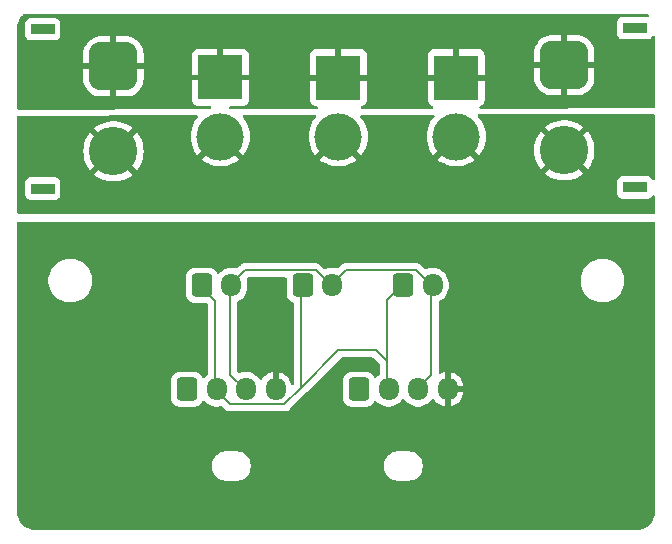
<source format=gbr>
%TF.GenerationSoftware,KiCad,Pcbnew,8.0.4*%
%TF.CreationDate,2024-07-22T18:27:50+09:00*%
%TF.ProjectId,RoboMaster branch circuit substrate-3,526f626f-4d61-4737-9465-72206272616e,rev?*%
%TF.SameCoordinates,Original*%
%TF.FileFunction,Copper,L1,Top*%
%TF.FilePolarity,Positive*%
%FSLAX46Y46*%
G04 Gerber Fmt 4.6, Leading zero omitted, Abs format (unit mm)*
G04 Created by KiCad (PCBNEW 8.0.4) date 2024-07-22 18:27:50*
%MOMM*%
%LPD*%
G01*
G04 APERTURE LIST*
G04 Aperture macros list*
%AMRoundRect*
0 Rectangle with rounded corners*
0 $1 Rounding radius*
0 $2 $3 $4 $5 $6 $7 $8 $9 X,Y pos of 4 corners*
0 Add a 4 corners polygon primitive as box body*
4,1,4,$2,$3,$4,$5,$6,$7,$8,$9,$2,$3,0*
0 Add four circle primitives for the rounded corners*
1,1,$1+$1,$2,$3*
1,1,$1+$1,$4,$5*
1,1,$1+$1,$6,$7*
1,1,$1+$1,$8,$9*
0 Add four rect primitives between the rounded corners*
20,1,$1+$1,$2,$3,$4,$5,0*
20,1,$1+$1,$4,$5,$6,$7,0*
20,1,$1+$1,$6,$7,$8,$9,0*
20,1,$1+$1,$8,$9,$2,$3,0*%
G04 Aperture macros list end*
%TA.AperFunction,ComponentPad*%
%ADD10R,3.800000X3.800000*%
%TD*%
%TA.AperFunction,ComponentPad*%
%ADD11C,4.000000*%
%TD*%
%TA.AperFunction,ComponentPad*%
%ADD12RoundRect,0.250000X-0.600000X-0.725000X0.600000X-0.725000X0.600000X0.725000X-0.600000X0.725000X0*%
%TD*%
%TA.AperFunction,ComponentPad*%
%ADD13O,1.700000X1.950000*%
%TD*%
%TA.AperFunction,ComponentPad*%
%ADD14R,2.000000X0.900000*%
%TD*%
%TA.AperFunction,ComponentPad*%
%ADD15RoundRect,1.025000X1.025000X-1.025000X1.025000X1.025000X-1.025000X1.025000X-1.025000X-1.025000X0*%
%TD*%
%TA.AperFunction,ComponentPad*%
%ADD16C,4.100000*%
%TD*%
%TA.AperFunction,ComponentPad*%
%ADD17RoundRect,1.025000X-1.025000X1.025000X-1.025000X-1.025000X1.025000X-1.025000X1.025000X1.025000X0*%
%TD*%
%TA.AperFunction,Conductor*%
%ADD18C,0.200000*%
%TD*%
G04 APERTURE END LIST*
D10*
%TO.P,J5,1,Pin_1*%
%TO.N,/+*%
X168870000Y-96306666D03*
D11*
%TO.P,J5,2,Pin_2*%
%TO.N,/-*%
X168870000Y-101306666D03*
%TD*%
D12*
%TO.P,J8,1,Pin_1*%
%TO.N,/TX*%
X164380000Y-113890000D03*
D13*
%TO.P,J8,2,Pin_2*%
%TO.N,/RX*%
X166880000Y-113890000D03*
%TD*%
D12*
%TO.P,J6,1,Pin_1*%
%TO.N,+5V*%
X160640000Y-122690000D03*
D13*
%TO.P,J6,2,Pin_2*%
%TO.N,/TX*%
X163140000Y-122690000D03*
%TO.P,J6,3,Pin_3*%
%TO.N,/RX*%
X165640000Y-122690000D03*
%TO.P,J6,4,Pin_4*%
%TO.N,GND*%
X168140000Y-122690000D03*
%TD*%
D12*
%TO.P,J10,1,Pin_1*%
%TO.N,/TX*%
X147340000Y-113890000D03*
D13*
%TO.P,J10,2,Pin_2*%
%TO.N,/RX*%
X149840000Y-113890000D03*
%TD*%
D14*
%TO.P,J1,*%
%TO.N,*%
X133850000Y-105700000D03*
X133850000Y-92200000D03*
D15*
%TO.P,J1,1,Pin_1*%
%TO.N,/+*%
X139850000Y-95350000D03*
D16*
%TO.P,J1,2,Pin_2*%
%TO.N,/-*%
X139850000Y-102550000D03*
%TD*%
D12*
%TO.P,J7,1,Pin_1*%
%TO.N,+5V*%
X146080000Y-122690000D03*
D13*
%TO.P,J7,2,Pin_2*%
%TO.N,/TX*%
X148580000Y-122690000D03*
%TO.P,J7,3,Pin_3*%
%TO.N,/RX*%
X151080000Y-122690000D03*
%TO.P,J7,4,Pin_4*%
%TO.N,GND*%
X153580000Y-122690000D03*
%TD*%
D14*
%TO.P,J2,*%
%TO.N,*%
X184020000Y-92110000D03*
X184020000Y-105610000D03*
D17*
%TO.P,J2,1,Pin_1*%
%TO.N,/+*%
X178020000Y-95260000D03*
D16*
%TO.P,J2,2,Pin_2*%
%TO.N,/-*%
X178020000Y-102460000D03*
%TD*%
D10*
%TO.P,J3,1,Pin_1*%
%TO.N,/+*%
X148900000Y-96300000D03*
D11*
%TO.P,J3,2,Pin_2*%
%TO.N,/-*%
X148900000Y-101300000D03*
%TD*%
D12*
%TO.P,J9,1,Pin_1*%
%TO.N,/TX*%
X155870000Y-113890000D03*
D13*
%TO.P,J9,2,Pin_2*%
%TO.N,/RX*%
X158370000Y-113890000D03*
%TD*%
D10*
%TO.P,J4,1,Pin_1*%
%TO.N,/+*%
X158885000Y-96313332D03*
D11*
%TO.P,J4,2,Pin_2*%
%TO.N,/-*%
X158885000Y-101313332D03*
%TD*%
D18*
%TO.N,/RX*%
X166771668Y-113890000D02*
X166771668Y-121450000D01*
X166771668Y-113890000D02*
X165496668Y-112615000D01*
X151006668Y-112615000D02*
X156966668Y-112615000D01*
X149731668Y-121450000D02*
X150971668Y-122690000D01*
X166771668Y-121450000D02*
X165531668Y-122690000D01*
X149731668Y-113890000D02*
X149731668Y-121450000D01*
X156966668Y-112615000D02*
X158241668Y-113890000D01*
X149731668Y-113890000D02*
X151006668Y-112615000D01*
X165496668Y-112615000D02*
X159516668Y-112615000D01*
X159516668Y-112615000D02*
X158241668Y-113890000D01*
%TO.N,/TX*%
X163031668Y-120340000D02*
X163031668Y-122690000D01*
X158881412Y-119410256D02*
X158881412Y-119390000D01*
X148471668Y-115240000D02*
X148471668Y-122690000D01*
X147231668Y-114000000D02*
X148471668Y-115240000D01*
X147231668Y-113890000D02*
X147231668Y-114000000D01*
X163031668Y-115130000D02*
X164271668Y-113890000D01*
X147231668Y-113890000D02*
X147331668Y-113890000D01*
X155741668Y-122550000D02*
X158881412Y-119410256D01*
X163031668Y-122690000D02*
X163031668Y-115130000D01*
X155741668Y-113890000D02*
X155741668Y-122529744D01*
X154326668Y-123965000D02*
X155741668Y-122550000D01*
X148471668Y-122690000D02*
X149746668Y-123965000D01*
X149746668Y-123965000D02*
X154326668Y-123965000D01*
X158881412Y-119390000D02*
X162081668Y-119390000D01*
X162081668Y-119390000D02*
X163031668Y-120340000D01*
%TD*%
%TA.AperFunction,Conductor*%
%TO.N,/-*%
G36*
X185642502Y-99414877D02*
G01*
X185688389Y-99467566D01*
X185699724Y-99519360D01*
X185699724Y-104863910D01*
X185680039Y-104930949D01*
X185627235Y-104976704D01*
X185558077Y-104986648D01*
X185494521Y-104957623D01*
X185466894Y-104923341D01*
X185463795Y-104917667D01*
X185377547Y-104802455D01*
X185377544Y-104802452D01*
X185262335Y-104716206D01*
X185262328Y-104716202D01*
X185127482Y-104665908D01*
X185127483Y-104665908D01*
X185067883Y-104659501D01*
X185067881Y-104659500D01*
X185067873Y-104659500D01*
X185067864Y-104659500D01*
X182972129Y-104659500D01*
X182972123Y-104659501D01*
X182912516Y-104665908D01*
X182777671Y-104716202D01*
X182777664Y-104716206D01*
X182662455Y-104802452D01*
X182662452Y-104802455D01*
X182576206Y-104917664D01*
X182576202Y-104917671D01*
X182525908Y-105052517D01*
X182519501Y-105112116D01*
X182519500Y-105112135D01*
X182519500Y-106107870D01*
X182519501Y-106107876D01*
X182525908Y-106167483D01*
X182576202Y-106302328D01*
X182576206Y-106302335D01*
X182662452Y-106417544D01*
X182662455Y-106417547D01*
X182777664Y-106503793D01*
X182777671Y-106503797D01*
X182912517Y-106554091D01*
X182912516Y-106554091D01*
X182919444Y-106554835D01*
X182972127Y-106560500D01*
X185067872Y-106560499D01*
X185127483Y-106554091D01*
X185262331Y-106503796D01*
X185377546Y-106417546D01*
X185463796Y-106302331D01*
X185463797Y-106302326D01*
X185466892Y-106296661D01*
X185516298Y-106247256D01*
X185584571Y-106232405D01*
X185650035Y-106256822D01*
X185691906Y-106312756D01*
X185699724Y-106356089D01*
X185699724Y-107703697D01*
X185680039Y-107770736D01*
X185627235Y-107816491D01*
X185575730Y-107827697D01*
X131824282Y-107830095D01*
X131757241Y-107810413D01*
X131711484Y-107757611D01*
X131700276Y-107706095D01*
X131700276Y-105202135D01*
X132349500Y-105202135D01*
X132349500Y-106197870D01*
X132349501Y-106197876D01*
X132355908Y-106257483D01*
X132406202Y-106392328D01*
X132406206Y-106392335D01*
X132492452Y-106507544D01*
X132492455Y-106507547D01*
X132607664Y-106593793D01*
X132607671Y-106593797D01*
X132742517Y-106644091D01*
X132742516Y-106644091D01*
X132749444Y-106644835D01*
X132802127Y-106650500D01*
X134897872Y-106650499D01*
X134957483Y-106644091D01*
X135092331Y-106593796D01*
X135207546Y-106507546D01*
X135293796Y-106392331D01*
X135344091Y-106257483D01*
X135350500Y-106197873D01*
X135350499Y-105202128D01*
X135344091Y-105142517D01*
X135332759Y-105112135D01*
X135293797Y-105007671D01*
X135293793Y-105007664D01*
X135207547Y-104892455D01*
X135207544Y-104892452D01*
X135092335Y-104806206D01*
X135092328Y-104806202D01*
X134957482Y-104755908D01*
X134957483Y-104755908D01*
X134897883Y-104749501D01*
X134897881Y-104749500D01*
X134897873Y-104749500D01*
X134897864Y-104749500D01*
X132802129Y-104749500D01*
X132802123Y-104749501D01*
X132742516Y-104755908D01*
X132607671Y-104806202D01*
X132607664Y-104806206D01*
X132492455Y-104892452D01*
X132492452Y-104892455D01*
X132406206Y-105007664D01*
X132406202Y-105007671D01*
X132355908Y-105142517D01*
X132349501Y-105202116D01*
X132349501Y-105202123D01*
X132349500Y-105202135D01*
X131700276Y-105202135D01*
X131700276Y-102549994D01*
X137294958Y-102549994D01*
X137294958Y-102550005D01*
X137315103Y-102870221D01*
X137315104Y-102870228D01*
X137375230Y-103185417D01*
X137474382Y-103490575D01*
X137474384Y-103490580D01*
X137610998Y-103780897D01*
X137611001Y-103780903D01*
X137782921Y-104051806D01*
X137878773Y-104167671D01*
X138734728Y-103311716D01*
X138820278Y-103429466D01*
X138970534Y-103579722D01*
X139088281Y-103665270D01*
X138229175Y-104524375D01*
X138229176Y-104524377D01*
X138480928Y-104707285D01*
X138480946Y-104707297D01*
X138762116Y-104861871D01*
X138762124Y-104861875D01*
X139060444Y-104979987D01*
X139371233Y-105059784D01*
X139371242Y-105059786D01*
X139689556Y-105099999D01*
X139689570Y-105100000D01*
X140010430Y-105100000D01*
X140010443Y-105099999D01*
X140328757Y-105059786D01*
X140328766Y-105059784D01*
X140639555Y-104979987D01*
X140937875Y-104861875D01*
X140937883Y-104861871D01*
X141219053Y-104707297D01*
X141219063Y-104707290D01*
X141470822Y-104524375D01*
X141470823Y-104524375D01*
X140611718Y-103665270D01*
X140729466Y-103579722D01*
X140879722Y-103429466D01*
X140965270Y-103311717D01*
X141821225Y-104167672D01*
X141917068Y-104051819D01*
X142089002Y-103780896D01*
X142225615Y-103490580D01*
X142225617Y-103490575D01*
X142324769Y-103185417D01*
X142384895Y-102870228D01*
X142384896Y-102870221D01*
X142405042Y-102550005D01*
X142405042Y-102549994D01*
X142384896Y-102229778D01*
X142384895Y-102229771D01*
X142324769Y-101914582D01*
X142225617Y-101609424D01*
X142225615Y-101609419D01*
X142089001Y-101319102D01*
X142088998Y-101319096D01*
X141917078Y-101048193D01*
X141821224Y-100932326D01*
X140965269Y-101788281D01*
X140879722Y-101670534D01*
X140729466Y-101520278D01*
X140611716Y-101434728D01*
X141470823Y-100575623D01*
X141470822Y-100575621D01*
X141219071Y-100392714D01*
X141219053Y-100392702D01*
X140937883Y-100238128D01*
X140937875Y-100238124D01*
X140639555Y-100120012D01*
X140328766Y-100040215D01*
X140328757Y-100040213D01*
X140010443Y-100000000D01*
X139689556Y-100000000D01*
X139371242Y-100040213D01*
X139371233Y-100040215D01*
X139060444Y-100120012D01*
X138762124Y-100238124D01*
X138762116Y-100238128D01*
X138480946Y-100392702D01*
X138480928Y-100392714D01*
X138229176Y-100575622D01*
X138229175Y-100575623D01*
X139088281Y-101434729D01*
X138970534Y-101520278D01*
X138820278Y-101670534D01*
X138734729Y-101788282D01*
X137878773Y-100932326D01*
X137782924Y-101048188D01*
X137611001Y-101319096D01*
X137610998Y-101319102D01*
X137474384Y-101609419D01*
X137474382Y-101609424D01*
X137375230Y-101914582D01*
X137315104Y-102229771D01*
X137315103Y-102229778D01*
X137294958Y-102549994D01*
X131700276Y-102549994D01*
X131700276Y-99654076D01*
X131719961Y-99587037D01*
X131772765Y-99541282D01*
X131823965Y-99530076D01*
X131825848Y-99530071D01*
X131825854Y-99530072D01*
X146887027Y-99492324D01*
X146954113Y-99511840D01*
X147000000Y-99564529D01*
X147010117Y-99633662D01*
X146982879Y-99695363D01*
X146873459Y-99827629D01*
X146873457Y-99827632D01*
X146704903Y-100093232D01*
X146704900Y-100093238D01*
X146570965Y-100377862D01*
X146570963Y-100377867D01*
X146473755Y-100677041D01*
X146414808Y-100986050D01*
X146414807Y-100986057D01*
X146395057Y-101299994D01*
X146395057Y-101300005D01*
X146414807Y-101613942D01*
X146414808Y-101613949D01*
X146473755Y-101922958D01*
X146570963Y-102222132D01*
X146570965Y-102222137D01*
X146704900Y-102506761D01*
X146704903Y-102506767D01*
X146873457Y-102772367D01*
X146873460Y-102772371D01*
X146964286Y-102882160D01*
X147784728Y-102061717D01*
X147870278Y-102179466D01*
X148020534Y-102329722D01*
X148138281Y-102415270D01*
X147314971Y-103238579D01*
X147314972Y-103238581D01*
X147557772Y-103414985D01*
X147557790Y-103414996D01*
X147833447Y-103566540D01*
X147833455Y-103566544D01*
X148125926Y-103682340D01*
X148430620Y-103760573D01*
X148430629Y-103760575D01*
X148742701Y-103799999D01*
X148742715Y-103800000D01*
X149057285Y-103800000D01*
X149057298Y-103799999D01*
X149369370Y-103760575D01*
X149369379Y-103760573D01*
X149674073Y-103682340D01*
X149966544Y-103566544D01*
X149966552Y-103566540D01*
X150242209Y-103414996D01*
X150242219Y-103414990D01*
X150485026Y-103238579D01*
X150485027Y-103238579D01*
X149661718Y-102415270D01*
X149779466Y-102329722D01*
X149929722Y-102179466D01*
X150015270Y-102061718D01*
X150835712Y-102882160D01*
X150926544Y-102772364D01*
X151095096Y-102506767D01*
X151095099Y-102506761D01*
X151229034Y-102222137D01*
X151229036Y-102222132D01*
X151326244Y-101922958D01*
X151385191Y-101613949D01*
X151385192Y-101613942D01*
X151404943Y-101300005D01*
X151404943Y-101299994D01*
X151385192Y-100986057D01*
X151385191Y-100986050D01*
X151326244Y-100677041D01*
X151229036Y-100377867D01*
X151229034Y-100377862D01*
X151095099Y-100093238D01*
X151095096Y-100093232D01*
X150926542Y-99827632D01*
X150926540Y-99827629D01*
X150808792Y-99685296D01*
X150781227Y-99621094D01*
X150792748Y-99552181D01*
X150839697Y-99500436D01*
X150904018Y-99482257D01*
X156903823Y-99467220D01*
X156970910Y-99486737D01*
X157016797Y-99539426D01*
X157026914Y-99608559D01*
X156999676Y-99670260D01*
X156858459Y-99840961D01*
X156858457Y-99840964D01*
X156689903Y-100106564D01*
X156689900Y-100106570D01*
X156555965Y-100391194D01*
X156555963Y-100391199D01*
X156458755Y-100690373D01*
X156399808Y-100999382D01*
X156399807Y-100999389D01*
X156380057Y-101313326D01*
X156380057Y-101313337D01*
X156399807Y-101627274D01*
X156399808Y-101627281D01*
X156458755Y-101936290D01*
X156555963Y-102235464D01*
X156555965Y-102235469D01*
X156689900Y-102520093D01*
X156689903Y-102520099D01*
X156858457Y-102785699D01*
X156858460Y-102785703D01*
X156949286Y-102895492D01*
X157769728Y-102075049D01*
X157855278Y-102192798D01*
X158005534Y-102343054D01*
X158123281Y-102428602D01*
X157299971Y-103251911D01*
X157299972Y-103251913D01*
X157542772Y-103428317D01*
X157542790Y-103428328D01*
X157818447Y-103579872D01*
X157818455Y-103579876D01*
X158110926Y-103695672D01*
X158415620Y-103773905D01*
X158415629Y-103773907D01*
X158727701Y-103813331D01*
X158727715Y-103813332D01*
X159042285Y-103813332D01*
X159042298Y-103813331D01*
X159354370Y-103773907D01*
X159354379Y-103773905D01*
X159659073Y-103695672D01*
X159951544Y-103579876D01*
X159951552Y-103579872D01*
X160227209Y-103428328D01*
X160227219Y-103428322D01*
X160470026Y-103251911D01*
X160470027Y-103251911D01*
X159646718Y-102428602D01*
X159764466Y-102343054D01*
X159914722Y-102192798D01*
X160000270Y-102075050D01*
X160820712Y-102895492D01*
X160911544Y-102785696D01*
X161080096Y-102520099D01*
X161080099Y-102520093D01*
X161214034Y-102235469D01*
X161214036Y-102235464D01*
X161311244Y-101936290D01*
X161370191Y-101627281D01*
X161370192Y-101627274D01*
X161389943Y-101313337D01*
X161389943Y-101313326D01*
X161370192Y-100999389D01*
X161370191Y-100999382D01*
X161311244Y-100690373D01*
X161214036Y-100391199D01*
X161214034Y-100391194D01*
X161080099Y-100106570D01*
X161080096Y-100106564D01*
X160911544Y-99840967D01*
X160754580Y-99651230D01*
X160727015Y-99587027D01*
X160738536Y-99518114D01*
X160785485Y-99466369D01*
X160852957Y-99448221D01*
X160867444Y-99449405D01*
X160922279Y-99457149D01*
X166811339Y-99442389D01*
X166898494Y-99431275D01*
X166967482Y-99442321D01*
X167019549Y-99488913D01*
X167038161Y-99556258D01*
X167017409Y-99622975D01*
X167009721Y-99633319D01*
X166843459Y-99834295D01*
X166843457Y-99834298D01*
X166674903Y-100099898D01*
X166674900Y-100099904D01*
X166540965Y-100384528D01*
X166540963Y-100384533D01*
X166443755Y-100683707D01*
X166384808Y-100992716D01*
X166384807Y-100992723D01*
X166365057Y-101306660D01*
X166365057Y-101306671D01*
X166384807Y-101620608D01*
X166384808Y-101620615D01*
X166443755Y-101929624D01*
X166540963Y-102228798D01*
X166540965Y-102228803D01*
X166674900Y-102513427D01*
X166674903Y-102513433D01*
X166843457Y-102779033D01*
X166843460Y-102779037D01*
X166934286Y-102888826D01*
X167754728Y-102068383D01*
X167840278Y-102186132D01*
X167990534Y-102336388D01*
X168108281Y-102421936D01*
X167284971Y-103245245D01*
X167284972Y-103245247D01*
X167527772Y-103421651D01*
X167527790Y-103421662D01*
X167803447Y-103573206D01*
X167803455Y-103573210D01*
X168095926Y-103689006D01*
X168400620Y-103767239D01*
X168400629Y-103767241D01*
X168712701Y-103806665D01*
X168712715Y-103806666D01*
X169027285Y-103806666D01*
X169027298Y-103806665D01*
X169339370Y-103767241D01*
X169339379Y-103767239D01*
X169644073Y-103689006D01*
X169936544Y-103573210D01*
X169936552Y-103573206D01*
X170212209Y-103421662D01*
X170212219Y-103421656D01*
X170455026Y-103245245D01*
X170455027Y-103245245D01*
X169631718Y-102421936D01*
X169749466Y-102336388D01*
X169899722Y-102186132D01*
X169985270Y-102068384D01*
X170805712Y-102888826D01*
X170896544Y-102779030D01*
X171065096Y-102513433D01*
X171065099Y-102513427D01*
X171090243Y-102459994D01*
X175464958Y-102459994D01*
X175464958Y-102460005D01*
X175485103Y-102780221D01*
X175485104Y-102780228D01*
X175545230Y-103095417D01*
X175644382Y-103400575D01*
X175644384Y-103400580D01*
X175780998Y-103690897D01*
X175781001Y-103690903D01*
X175952921Y-103961806D01*
X176048773Y-104077671D01*
X176904728Y-103221716D01*
X176990278Y-103339466D01*
X177140534Y-103489722D01*
X177258281Y-103575270D01*
X176399175Y-104434375D01*
X176399176Y-104434377D01*
X176650928Y-104617285D01*
X176650946Y-104617297D01*
X176932116Y-104771871D01*
X176932124Y-104771875D01*
X177230444Y-104889987D01*
X177541233Y-104969784D01*
X177541242Y-104969786D01*
X177859556Y-105009999D01*
X177859570Y-105010000D01*
X178180430Y-105010000D01*
X178180443Y-105009999D01*
X178498757Y-104969786D01*
X178498766Y-104969784D01*
X178809555Y-104889987D01*
X179107875Y-104771875D01*
X179107883Y-104771871D01*
X179389053Y-104617297D01*
X179389063Y-104617290D01*
X179640822Y-104434375D01*
X179640823Y-104434375D01*
X178781718Y-103575270D01*
X178899466Y-103489722D01*
X179049722Y-103339466D01*
X179135270Y-103221717D01*
X179991225Y-104077672D01*
X180087068Y-103961819D01*
X180259002Y-103690896D01*
X180395615Y-103400580D01*
X180395617Y-103400575D01*
X180494769Y-103095417D01*
X180554895Y-102780228D01*
X180554896Y-102780221D01*
X180575042Y-102460005D01*
X180575042Y-102459994D01*
X180554896Y-102139778D01*
X180554895Y-102139771D01*
X180494769Y-101824582D01*
X180395617Y-101519424D01*
X180395615Y-101519419D01*
X180259001Y-101229102D01*
X180258998Y-101229096D01*
X180087078Y-100958193D01*
X179991224Y-100842326D01*
X179135269Y-101698281D01*
X179049722Y-101580534D01*
X178899466Y-101430278D01*
X178781716Y-101344728D01*
X179640823Y-100485623D01*
X179640822Y-100485621D01*
X179389071Y-100302714D01*
X179389053Y-100302702D01*
X179107883Y-100148128D01*
X179107875Y-100148124D01*
X178809555Y-100030012D01*
X178498766Y-99950215D01*
X178498757Y-99950213D01*
X178180443Y-99910000D01*
X177859556Y-99910000D01*
X177541242Y-99950213D01*
X177541233Y-99950215D01*
X177230444Y-100030012D01*
X176932124Y-100148124D01*
X176932116Y-100148128D01*
X176650946Y-100302702D01*
X176650928Y-100302714D01*
X176399176Y-100485622D01*
X176399175Y-100485623D01*
X177258281Y-101344729D01*
X177140534Y-101430278D01*
X176990278Y-101580534D01*
X176904729Y-101698282D01*
X176048773Y-100842326D01*
X175952924Y-100958188D01*
X175781001Y-101229096D01*
X175780998Y-101229102D01*
X175644384Y-101519419D01*
X175644382Y-101519424D01*
X175545230Y-101824582D01*
X175485104Y-102139771D01*
X175485103Y-102139778D01*
X175464958Y-102459994D01*
X171090243Y-102459994D01*
X171199034Y-102228803D01*
X171199036Y-102228798D01*
X171296244Y-101929624D01*
X171355191Y-101620615D01*
X171355192Y-101620608D01*
X171374943Y-101306671D01*
X171374943Y-101306660D01*
X171355192Y-100992723D01*
X171355191Y-100992716D01*
X171296244Y-100683707D01*
X171199036Y-100384533D01*
X171199034Y-100384528D01*
X171065099Y-100099904D01*
X171065096Y-100099898D01*
X170896544Y-99834301D01*
X170715326Y-99615246D01*
X170687761Y-99551043D01*
X170699282Y-99482130D01*
X170746231Y-99430385D01*
X170813703Y-99412237D01*
X170828190Y-99413421D01*
X170959693Y-99431992D01*
X185575415Y-99395360D01*
X185642502Y-99414877D01*
G37*
%TD.AperFunction*%
%TD*%
%TA.AperFunction,Conductor*%
%TO.N,/+*%
G36*
X185130333Y-90928370D02*
G01*
X185137633Y-90933438D01*
X185140397Y-90935508D01*
X185141387Y-90936249D01*
X185183246Y-90992192D01*
X185188215Y-91061884D01*
X185154717Y-91123200D01*
X185093387Y-91156672D01*
X185067055Y-91159500D01*
X182972129Y-91159500D01*
X182972123Y-91159501D01*
X182912516Y-91165908D01*
X182777671Y-91216202D01*
X182777664Y-91216206D01*
X182662455Y-91302452D01*
X182662452Y-91302455D01*
X182576206Y-91417664D01*
X182576202Y-91417671D01*
X182525908Y-91552517D01*
X182519501Y-91612116D01*
X182519500Y-91612135D01*
X182519500Y-92607870D01*
X182519501Y-92607876D01*
X182525908Y-92667483D01*
X182576202Y-92802328D01*
X182576206Y-92802335D01*
X182662452Y-92917544D01*
X182662455Y-92917547D01*
X182777664Y-93003793D01*
X182777671Y-93003797D01*
X182912517Y-93054091D01*
X182912516Y-93054091D01*
X182919444Y-93054835D01*
X182972127Y-93060500D01*
X185067872Y-93060499D01*
X185127483Y-93054091D01*
X185262331Y-93003796D01*
X185377546Y-92917546D01*
X185463796Y-92802331D01*
X185463797Y-92802326D01*
X185466892Y-92796661D01*
X185516298Y-92747256D01*
X185584571Y-92732405D01*
X185650035Y-92756822D01*
X185691906Y-92812756D01*
X185699724Y-92856089D01*
X185699724Y-98765858D01*
X185680039Y-98832897D01*
X185627235Y-98878652D01*
X185576035Y-98889858D01*
X170958426Y-98926494D01*
X170891337Y-98906977D01*
X170845450Y-98854288D01*
X170835333Y-98785155D01*
X170864199Y-98721526D01*
X170914783Y-98686312D01*
X171012084Y-98650021D01*
X171012093Y-98650016D01*
X171127187Y-98563856D01*
X171127190Y-98563853D01*
X171213350Y-98448759D01*
X171213354Y-98448752D01*
X171263596Y-98314045D01*
X171263598Y-98314038D01*
X171269999Y-98254510D01*
X171270000Y-98254493D01*
X171270000Y-96556666D01*
X170197231Y-96556666D01*
X170220000Y-96412913D01*
X170220000Y-96200419D01*
X170197231Y-96056666D01*
X171270000Y-96056666D01*
X171270000Y-94358838D01*
X171269999Y-94358821D01*
X171263598Y-94299293D01*
X171263596Y-94299286D01*
X171213411Y-94164731D01*
X175470000Y-94164731D01*
X175470000Y-95010000D01*
X176692769Y-95010000D01*
X176670000Y-95153753D01*
X176670000Y-95366247D01*
X176692769Y-95510000D01*
X175470000Y-95510000D01*
X175470000Y-96355268D01*
X175480215Y-96499958D01*
X175480217Y-96499968D01*
X175534313Y-96740165D01*
X175534315Y-96740172D01*
X175626244Y-96968585D01*
X175753620Y-97179289D01*
X175753627Y-97179299D01*
X175913153Y-97366846D01*
X176100700Y-97526372D01*
X176100710Y-97526379D01*
X176311414Y-97653755D01*
X176539827Y-97745684D01*
X176539834Y-97745686D01*
X176780031Y-97799782D01*
X176780041Y-97799784D01*
X176924731Y-97809999D01*
X176924734Y-97810000D01*
X177770000Y-97810000D01*
X177770000Y-96587231D01*
X177913753Y-96610000D01*
X178126247Y-96610000D01*
X178270000Y-96587231D01*
X178270000Y-97810000D01*
X179115266Y-97810000D01*
X179115268Y-97809999D01*
X179259958Y-97799784D01*
X179259968Y-97799782D01*
X179500165Y-97745686D01*
X179500172Y-97745684D01*
X179728585Y-97653755D01*
X179939289Y-97526379D01*
X179939299Y-97526372D01*
X180126846Y-97366846D01*
X180286372Y-97179299D01*
X180286379Y-97179289D01*
X180413755Y-96968585D01*
X180505684Y-96740172D01*
X180505686Y-96740165D01*
X180559782Y-96499968D01*
X180559784Y-96499958D01*
X180569999Y-96355268D01*
X180570000Y-96355266D01*
X180570000Y-95510000D01*
X179347231Y-95510000D01*
X179370000Y-95366247D01*
X179370000Y-95153753D01*
X179347231Y-95010000D01*
X180570000Y-95010000D01*
X180570000Y-94164734D01*
X180569999Y-94164731D01*
X180559784Y-94020041D01*
X180559782Y-94020031D01*
X180505686Y-93779834D01*
X180505684Y-93779827D01*
X180413755Y-93551414D01*
X180286379Y-93340710D01*
X180286372Y-93340700D01*
X180126846Y-93153153D01*
X179939299Y-92993627D01*
X179939289Y-92993620D01*
X179728585Y-92866244D01*
X179500172Y-92774315D01*
X179500165Y-92774313D01*
X179259968Y-92720217D01*
X179259958Y-92720215D01*
X179115268Y-92710000D01*
X178270000Y-92710000D01*
X178270000Y-93932768D01*
X178126247Y-93910000D01*
X177913753Y-93910000D01*
X177770000Y-93932768D01*
X177770000Y-92710000D01*
X176924731Y-92710000D01*
X176780041Y-92720215D01*
X176780031Y-92720217D01*
X176539834Y-92774313D01*
X176539827Y-92774315D01*
X176311414Y-92866244D01*
X176100710Y-92993620D01*
X176100700Y-92993627D01*
X175913153Y-93153153D01*
X175753627Y-93340700D01*
X175753620Y-93340710D01*
X175626244Y-93551414D01*
X175534315Y-93779827D01*
X175534313Y-93779834D01*
X175480217Y-94020031D01*
X175480215Y-94020041D01*
X175470000Y-94164731D01*
X171213411Y-94164731D01*
X171213354Y-94164579D01*
X171213350Y-94164572D01*
X171127190Y-94049478D01*
X171127187Y-94049475D01*
X171012093Y-93963315D01*
X171012086Y-93963311D01*
X170877379Y-93913069D01*
X170877372Y-93913067D01*
X170817844Y-93906666D01*
X169120000Y-93906666D01*
X169120000Y-94979434D01*
X168976247Y-94956666D01*
X168763753Y-94956666D01*
X168620000Y-94979434D01*
X168620000Y-93906666D01*
X166922155Y-93906666D01*
X166862627Y-93913067D01*
X166862620Y-93913069D01*
X166727913Y-93963311D01*
X166727906Y-93963315D01*
X166612812Y-94049475D01*
X166612809Y-94049478D01*
X166526649Y-94164572D01*
X166526645Y-94164579D01*
X166476403Y-94299286D01*
X166476401Y-94299293D01*
X166470000Y-94358821D01*
X166470000Y-96056666D01*
X167542769Y-96056666D01*
X167520000Y-96200419D01*
X167520000Y-96412913D01*
X167542769Y-96556666D01*
X166470000Y-96556666D01*
X166470000Y-98254510D01*
X166476401Y-98314038D01*
X166476403Y-98314045D01*
X166526645Y-98448752D01*
X166526649Y-98448759D01*
X166612809Y-98563853D01*
X166612812Y-98563856D01*
X166727906Y-98650016D01*
X166727913Y-98650020D01*
X166853094Y-98696709D01*
X166909027Y-98738580D01*
X166933445Y-98804044D01*
X166918594Y-98872317D01*
X166869189Y-98921723D01*
X166810072Y-98936891D01*
X160921012Y-98951651D01*
X160853923Y-98932134D01*
X160808036Y-98879445D01*
X160797919Y-98810312D01*
X160826785Y-98746683D01*
X160885468Y-98708762D01*
X160892199Y-98706971D01*
X160892383Y-98706927D01*
X161027086Y-98656686D01*
X161027093Y-98656682D01*
X161142187Y-98570522D01*
X161142190Y-98570519D01*
X161228350Y-98455425D01*
X161228354Y-98455418D01*
X161278596Y-98320711D01*
X161278598Y-98320704D01*
X161284999Y-98261176D01*
X161285000Y-98261159D01*
X161285000Y-96563332D01*
X160212231Y-96563332D01*
X160235000Y-96419579D01*
X160235000Y-96207085D01*
X160212231Y-96063332D01*
X161285000Y-96063332D01*
X161285000Y-94365504D01*
X161284999Y-94365487D01*
X161278598Y-94305959D01*
X161278596Y-94305952D01*
X161228354Y-94171245D01*
X161228350Y-94171238D01*
X161142190Y-94056144D01*
X161142187Y-94056141D01*
X161027093Y-93969981D01*
X161027086Y-93969977D01*
X160892379Y-93919735D01*
X160892372Y-93919733D01*
X160832844Y-93913332D01*
X159135000Y-93913332D01*
X159135000Y-94986100D01*
X158991247Y-94963332D01*
X158778753Y-94963332D01*
X158635000Y-94986100D01*
X158635000Y-93913332D01*
X156937155Y-93913332D01*
X156877627Y-93919733D01*
X156877620Y-93919735D01*
X156742913Y-93969977D01*
X156742906Y-93969981D01*
X156627812Y-94056141D01*
X156627809Y-94056144D01*
X156541649Y-94171238D01*
X156541645Y-94171245D01*
X156491403Y-94305952D01*
X156491401Y-94305959D01*
X156485000Y-94365487D01*
X156485000Y-96063332D01*
X157557769Y-96063332D01*
X157535000Y-96207085D01*
X157535000Y-96419579D01*
X157557769Y-96563332D01*
X156485000Y-96563332D01*
X156485000Y-98261176D01*
X156491401Y-98320704D01*
X156491403Y-98320711D01*
X156541645Y-98455418D01*
X156541649Y-98455425D01*
X156627809Y-98570519D01*
X156627812Y-98570522D01*
X156742906Y-98656682D01*
X156742913Y-98656686D01*
X156877620Y-98706928D01*
X156877627Y-98706930D01*
X156937155Y-98713331D01*
X156937172Y-98713332D01*
X157058110Y-98713332D01*
X157125149Y-98733017D01*
X157170904Y-98785821D01*
X157180848Y-98854979D01*
X157151823Y-98918535D01*
X157093045Y-98956309D01*
X157058421Y-98961332D01*
X149855299Y-98979385D01*
X149809341Y-98970677D01*
X149730070Y-98939291D01*
X149674986Y-98896311D01*
X149651883Y-98830372D01*
X149668097Y-98762409D01*
X149718480Y-98714001D01*
X149775719Y-98700000D01*
X150847828Y-98700000D01*
X150847844Y-98699999D01*
X150907372Y-98693598D01*
X150907379Y-98693596D01*
X151042086Y-98643354D01*
X151042093Y-98643350D01*
X151157187Y-98557190D01*
X151157190Y-98557187D01*
X151243350Y-98442093D01*
X151243354Y-98442086D01*
X151293596Y-98307379D01*
X151293598Y-98307372D01*
X151299999Y-98247844D01*
X151300000Y-98247827D01*
X151300000Y-96550000D01*
X150227231Y-96550000D01*
X150250000Y-96406247D01*
X150250000Y-96193753D01*
X150227231Y-96050000D01*
X151300000Y-96050000D01*
X151300000Y-94352172D01*
X151299999Y-94352155D01*
X151293598Y-94292627D01*
X151293596Y-94292620D01*
X151243354Y-94157913D01*
X151243350Y-94157906D01*
X151157190Y-94042812D01*
X151157187Y-94042809D01*
X151042093Y-93956649D01*
X151042086Y-93956645D01*
X150907379Y-93906403D01*
X150907372Y-93906401D01*
X150847844Y-93900000D01*
X149150000Y-93900000D01*
X149150000Y-94972768D01*
X149006247Y-94950000D01*
X148793753Y-94950000D01*
X148650000Y-94972768D01*
X148650000Y-93900000D01*
X146952155Y-93900000D01*
X146892627Y-93906401D01*
X146892620Y-93906403D01*
X146757913Y-93956645D01*
X146757906Y-93956649D01*
X146642812Y-94042809D01*
X146642809Y-94042812D01*
X146556649Y-94157906D01*
X146556645Y-94157913D01*
X146506403Y-94292620D01*
X146506401Y-94292627D01*
X146500000Y-94352155D01*
X146500000Y-96050000D01*
X147572769Y-96050000D01*
X147550000Y-96193753D01*
X147550000Y-96406247D01*
X147572769Y-96550000D01*
X146500000Y-96550000D01*
X146500000Y-98247844D01*
X146506401Y-98307372D01*
X146506403Y-98307379D01*
X146556645Y-98442086D01*
X146556649Y-98442093D01*
X146642809Y-98557187D01*
X146642812Y-98557190D01*
X146757906Y-98643350D01*
X146757913Y-98643354D01*
X146892620Y-98693596D01*
X146892627Y-98693598D01*
X146952155Y-98699999D01*
X146952172Y-98700000D01*
X148024279Y-98700000D01*
X148091318Y-98719685D01*
X148137073Y-98772489D01*
X148147017Y-98841647D01*
X148117992Y-98905203D01*
X148069924Y-98939293D01*
X147978486Y-98975494D01*
X147933152Y-98984201D01*
X131824587Y-99024574D01*
X131757498Y-99005057D01*
X131711611Y-98952368D01*
X131700276Y-98900574D01*
X131700276Y-94254731D01*
X137300000Y-94254731D01*
X137300000Y-95100000D01*
X138522769Y-95100000D01*
X138500000Y-95243753D01*
X138500000Y-95456247D01*
X138522769Y-95600000D01*
X137300000Y-95600000D01*
X137300000Y-96445268D01*
X137310215Y-96589958D01*
X137310217Y-96589968D01*
X137364313Y-96830165D01*
X137364315Y-96830172D01*
X137456244Y-97058585D01*
X137583620Y-97269289D01*
X137583627Y-97269299D01*
X137743153Y-97456846D01*
X137930700Y-97616372D01*
X137930710Y-97616379D01*
X138141414Y-97743755D01*
X138369827Y-97835684D01*
X138369834Y-97835686D01*
X138610031Y-97889782D01*
X138610041Y-97889784D01*
X138754731Y-97899999D01*
X138754734Y-97900000D01*
X139600000Y-97900000D01*
X139600000Y-96677231D01*
X139743753Y-96700000D01*
X139956247Y-96700000D01*
X140100000Y-96677231D01*
X140100000Y-97900000D01*
X140945266Y-97900000D01*
X140945268Y-97899999D01*
X141089958Y-97889784D01*
X141089968Y-97889782D01*
X141330165Y-97835686D01*
X141330172Y-97835684D01*
X141558585Y-97743755D01*
X141769289Y-97616379D01*
X141769299Y-97616372D01*
X141956846Y-97456846D01*
X142116372Y-97269299D01*
X142116379Y-97269289D01*
X142243755Y-97058585D01*
X142335684Y-96830172D01*
X142335686Y-96830165D01*
X142389782Y-96589968D01*
X142389784Y-96589958D01*
X142399999Y-96445268D01*
X142400000Y-96445266D01*
X142400000Y-95600000D01*
X141177231Y-95600000D01*
X141200000Y-95456247D01*
X141200000Y-95243753D01*
X141177231Y-95100000D01*
X142400000Y-95100000D01*
X142400000Y-94254734D01*
X142399999Y-94254731D01*
X142389784Y-94110041D01*
X142389782Y-94110031D01*
X142335686Y-93869834D01*
X142335684Y-93869827D01*
X142243755Y-93641414D01*
X142116379Y-93430710D01*
X142116372Y-93430700D01*
X141956846Y-93243153D01*
X141769299Y-93083627D01*
X141769289Y-93083620D01*
X141558585Y-92956244D01*
X141330172Y-92864315D01*
X141330165Y-92864313D01*
X141089968Y-92810217D01*
X141089958Y-92810215D01*
X140945268Y-92800000D01*
X140100000Y-92800000D01*
X140100000Y-94022768D01*
X139956247Y-94000000D01*
X139743753Y-94000000D01*
X139600000Y-94022768D01*
X139600000Y-92800000D01*
X138754731Y-92800000D01*
X138610041Y-92810215D01*
X138610031Y-92810217D01*
X138369834Y-92864313D01*
X138369827Y-92864315D01*
X138141414Y-92956244D01*
X137930710Y-93083620D01*
X137930700Y-93083627D01*
X137743153Y-93243153D01*
X137583627Y-93430700D01*
X137583620Y-93430710D01*
X137456244Y-93641414D01*
X137364315Y-93869827D01*
X137364313Y-93869834D01*
X137310217Y-94110031D01*
X137310215Y-94110041D01*
X137300000Y-94254731D01*
X131700276Y-94254731D01*
X131700276Y-92166113D01*
X131700277Y-92166110D01*
X131700276Y-92104643D01*
X131700592Y-92095798D01*
X131714906Y-91895633D01*
X131717423Y-91878122D01*
X131755704Y-91702135D01*
X132349500Y-91702135D01*
X132349500Y-92697870D01*
X132349501Y-92697876D01*
X132355908Y-92757483D01*
X132406202Y-92892328D01*
X132406206Y-92892335D01*
X132492452Y-93007544D01*
X132492455Y-93007547D01*
X132607664Y-93093793D01*
X132607671Y-93093797D01*
X132742517Y-93144091D01*
X132742516Y-93144091D01*
X132749444Y-93144835D01*
X132802127Y-93150500D01*
X134897872Y-93150499D01*
X134957483Y-93144091D01*
X135092331Y-93093796D01*
X135207546Y-93007546D01*
X135293796Y-92892331D01*
X135344091Y-92757483D01*
X135350500Y-92697873D01*
X135350499Y-91702128D01*
X135344091Y-91642517D01*
X135332759Y-91612135D01*
X135293797Y-91507671D01*
X135293793Y-91507664D01*
X135207547Y-91392455D01*
X135207544Y-91392452D01*
X135092335Y-91306206D01*
X135092328Y-91306202D01*
X134957482Y-91255908D01*
X134957483Y-91255908D01*
X134897883Y-91249501D01*
X134897881Y-91249500D01*
X134897873Y-91249500D01*
X134897864Y-91249500D01*
X132802129Y-91249500D01*
X132802123Y-91249501D01*
X132742516Y-91255908D01*
X132607671Y-91306202D01*
X132607664Y-91306206D01*
X132492455Y-91392452D01*
X132492452Y-91392455D01*
X132406206Y-91507664D01*
X132406202Y-91507671D01*
X132355908Y-91642517D01*
X132349501Y-91702116D01*
X132349501Y-91702123D01*
X132349500Y-91702135D01*
X131755704Y-91702135D01*
X131759138Y-91686348D01*
X131764117Y-91669390D01*
X131832701Y-91485506D01*
X131840048Y-91469421D01*
X131934096Y-91297183D01*
X131943660Y-91282300D01*
X132061263Y-91125197D01*
X132072843Y-91111831D01*
X132211622Y-90973050D01*
X132224974Y-90961481D01*
X132245501Y-90946114D01*
X132310962Y-90921698D01*
X132319757Y-90921382D01*
X185063293Y-90908703D01*
X185130333Y-90928370D01*
G37*
%TD.AperFunction*%
%TD*%
%TA.AperFunction,Conductor*%
%TO.N,GND*%
G36*
X154462539Y-113235185D02*
G01*
X154508294Y-113287989D01*
X154519500Y-113339500D01*
X154519500Y-114665001D01*
X154519501Y-114665018D01*
X154530000Y-114767796D01*
X154530001Y-114767799D01*
X154575894Y-114906294D01*
X154585186Y-114934334D01*
X154677288Y-115083656D01*
X154801344Y-115207712D01*
X154950666Y-115299814D01*
X155056172Y-115334775D01*
X155113617Y-115374548D01*
X155140440Y-115439064D01*
X155141168Y-115452481D01*
X155141168Y-122219243D01*
X155121483Y-122286282D01*
X155068679Y-122332037D01*
X154999521Y-122341981D01*
X154935965Y-122312956D01*
X154898191Y-122254178D01*
X154896858Y-122249181D01*
X154831095Y-122046782D01*
X154734620Y-121857442D01*
X154609727Y-121685540D01*
X154609723Y-121685535D01*
X154459464Y-121535276D01*
X154459459Y-121535272D01*
X154287557Y-121410379D01*
X154098215Y-121313903D01*
X153896124Y-121248241D01*
X153830000Y-121237768D01*
X153830000Y-122285854D01*
X153763343Y-122247370D01*
X153642535Y-122215000D01*
X153517465Y-122215000D01*
X153396657Y-122247370D01*
X153330000Y-122285854D01*
X153330000Y-121237768D01*
X153329999Y-121237768D01*
X153263875Y-121248241D01*
X153061784Y-121313903D01*
X152872442Y-121410379D01*
X152700540Y-121535272D01*
X152700535Y-121535276D01*
X152550276Y-121685535D01*
X152550272Y-121685540D01*
X152430627Y-121850218D01*
X152375297Y-121892884D01*
X152305684Y-121898863D01*
X152243889Y-121866257D01*
X152229991Y-121850218D01*
X152110109Y-121685214D01*
X152110105Y-121685209D01*
X151959786Y-121534890D01*
X151787820Y-121409951D01*
X151598414Y-121313444D01*
X151598413Y-121313443D01*
X151598412Y-121313443D01*
X151396243Y-121247754D01*
X151396241Y-121247753D01*
X151396240Y-121247753D01*
X151234957Y-121222208D01*
X151186287Y-121214500D01*
X150973713Y-121214500D01*
X150934202Y-121220757D01*
X150763759Y-121247753D01*
X150561588Y-121313442D01*
X150557090Y-121315306D01*
X150556381Y-121313595D01*
X150495462Y-121325006D01*
X150430734Y-121298698D01*
X150420215Y-121289312D01*
X150368487Y-121237584D01*
X150335002Y-121176261D01*
X150332168Y-121149903D01*
X150332168Y-115355916D01*
X150351853Y-115288877D01*
X150399874Y-115245431D01*
X150547816Y-115170051D01*
X150666728Y-115083657D01*
X150719786Y-115045109D01*
X150719788Y-115045106D01*
X150719792Y-115045104D01*
X150870104Y-114894792D01*
X150870106Y-114894788D01*
X150870109Y-114894786D01*
X150995048Y-114722820D01*
X150995047Y-114722820D01*
X150995051Y-114722816D01*
X151091557Y-114533412D01*
X151157246Y-114331243D01*
X151190500Y-114121287D01*
X151190500Y-113658713D01*
X151157246Y-113448757D01*
X151147594Y-113419054D01*
X151145600Y-113349216D01*
X151177847Y-113293055D01*
X151219087Y-113251817D01*
X151280411Y-113218333D01*
X151306766Y-113215500D01*
X154395500Y-113215500D01*
X154462539Y-113235185D01*
G37*
%TD.AperFunction*%
%TA.AperFunction,Conductor*%
G36*
X185642763Y-108519685D02*
G01*
X185688518Y-108572489D01*
X185699724Y-108624000D01*
X185699724Y-133026279D01*
X185699723Y-133026297D01*
X185699723Y-133095356D01*
X185699407Y-133104201D01*
X185685093Y-133304366D01*
X185682576Y-133321877D01*
X185640863Y-133513643D01*
X185635878Y-133530620D01*
X185567301Y-133714485D01*
X185559951Y-133730578D01*
X185465903Y-133902816D01*
X185456339Y-133917699D01*
X185338736Y-134074802D01*
X185327150Y-134088174D01*
X185188387Y-134226939D01*
X185175016Y-134238525D01*
X185017915Y-134356131D01*
X185003031Y-134365696D01*
X184830798Y-134459743D01*
X184814705Y-134467093D01*
X184630829Y-134535676D01*
X184613853Y-134540660D01*
X184422101Y-134582373D01*
X184404589Y-134584891D01*
X184204754Y-134599184D01*
X184195908Y-134599500D01*
X184127698Y-134599500D01*
X184124280Y-134599724D01*
X133273720Y-134599724D01*
X133273704Y-134599723D01*
X133204643Y-134599723D01*
X133195798Y-134599407D01*
X132995633Y-134585093D01*
X132978122Y-134582576D01*
X132786356Y-134540863D01*
X132769379Y-134535878D01*
X132585514Y-134467301D01*
X132569421Y-134459951D01*
X132397183Y-134365903D01*
X132382300Y-134356339D01*
X132225197Y-134238736D01*
X132211825Y-134227150D01*
X132073060Y-134088387D01*
X132061474Y-134075016D01*
X131943868Y-133917915D01*
X131934303Y-133903031D01*
X131840256Y-133730798D01*
X131832909Y-133714712D01*
X131764320Y-133530820D01*
X131759341Y-133513862D01*
X131717625Y-133322098D01*
X131715108Y-133304589D01*
X131711294Y-133251267D01*
X131700816Y-133104753D01*
X131700500Y-133095907D01*
X131700500Y-133027698D01*
X131700276Y-133024279D01*
X131700276Y-129091577D01*
X148179500Y-129091577D01*
X148179500Y-129288422D01*
X148210290Y-129482826D01*
X148271117Y-129670029D01*
X148360476Y-129845405D01*
X148476172Y-130004646D01*
X148615354Y-130143828D01*
X148774595Y-130259524D01*
X148857455Y-130301743D01*
X148949970Y-130348882D01*
X148949972Y-130348882D01*
X148949975Y-130348884D01*
X149050317Y-130381487D01*
X149137173Y-130409709D01*
X149331578Y-130440500D01*
X149331583Y-130440500D01*
X150328422Y-130440500D01*
X150522826Y-130409709D01*
X150710025Y-130348884D01*
X150885405Y-130259524D01*
X151044646Y-130143828D01*
X151183828Y-130004646D01*
X151299524Y-129845405D01*
X151388884Y-129670025D01*
X151449709Y-129482826D01*
X151480500Y-129288422D01*
X151480500Y-129091577D01*
X162739500Y-129091577D01*
X162739500Y-129288422D01*
X162770290Y-129482826D01*
X162831117Y-129670029D01*
X162920476Y-129845405D01*
X163036172Y-130004646D01*
X163175354Y-130143828D01*
X163334595Y-130259524D01*
X163417455Y-130301743D01*
X163509970Y-130348882D01*
X163509972Y-130348882D01*
X163509975Y-130348884D01*
X163610317Y-130381487D01*
X163697173Y-130409709D01*
X163891578Y-130440500D01*
X163891583Y-130440500D01*
X164888422Y-130440500D01*
X165082826Y-130409709D01*
X165270025Y-130348884D01*
X165445405Y-130259524D01*
X165604646Y-130143828D01*
X165743828Y-130004646D01*
X165859524Y-129845405D01*
X165948884Y-129670025D01*
X166009709Y-129482826D01*
X166040500Y-129288422D01*
X166040500Y-129091577D01*
X166009709Y-128897173D01*
X165948882Y-128709970D01*
X165859523Y-128534594D01*
X165743828Y-128375354D01*
X165604646Y-128236172D01*
X165445405Y-128120476D01*
X165270029Y-128031117D01*
X165082826Y-127970290D01*
X164888422Y-127939500D01*
X164888417Y-127939500D01*
X163891583Y-127939500D01*
X163891578Y-127939500D01*
X163697173Y-127970290D01*
X163509970Y-128031117D01*
X163334594Y-128120476D01*
X163243741Y-128186485D01*
X163175354Y-128236172D01*
X163175352Y-128236174D01*
X163175351Y-128236174D01*
X163036174Y-128375351D01*
X163036174Y-128375352D01*
X163036172Y-128375354D01*
X162986485Y-128443741D01*
X162920476Y-128534594D01*
X162831117Y-128709970D01*
X162770290Y-128897173D01*
X162739500Y-129091577D01*
X151480500Y-129091577D01*
X151449709Y-128897173D01*
X151388882Y-128709970D01*
X151299523Y-128534594D01*
X151183828Y-128375354D01*
X151044646Y-128236172D01*
X150885405Y-128120476D01*
X150710029Y-128031117D01*
X150522826Y-127970290D01*
X150328422Y-127939500D01*
X150328417Y-127939500D01*
X149331583Y-127939500D01*
X149331578Y-127939500D01*
X149137173Y-127970290D01*
X148949970Y-128031117D01*
X148774594Y-128120476D01*
X148683741Y-128186485D01*
X148615354Y-128236172D01*
X148615352Y-128236174D01*
X148615351Y-128236174D01*
X148476174Y-128375351D01*
X148476174Y-128375352D01*
X148476172Y-128375354D01*
X148426485Y-128443741D01*
X148360476Y-128534594D01*
X148271117Y-128709970D01*
X148210290Y-128897173D01*
X148179500Y-129091577D01*
X131700276Y-129091577D01*
X131700276Y-121914983D01*
X144729500Y-121914983D01*
X144729500Y-123465001D01*
X144729501Y-123465018D01*
X144740000Y-123567796D01*
X144740001Y-123567799D01*
X144785894Y-123706294D01*
X144795186Y-123734334D01*
X144887288Y-123883656D01*
X145011344Y-124007712D01*
X145160666Y-124099814D01*
X145327203Y-124154999D01*
X145429991Y-124165500D01*
X146730008Y-124165499D01*
X146832797Y-124154999D01*
X146999334Y-124099814D01*
X147148656Y-124007712D01*
X147272712Y-123883656D01*
X147364814Y-123734334D01*
X147364814Y-123734331D01*
X147368178Y-123728879D01*
X147420126Y-123682154D01*
X147489088Y-123670931D01*
X147553170Y-123698774D01*
X147561398Y-123706294D01*
X147700213Y-123845109D01*
X147872179Y-123970048D01*
X147872181Y-123970049D01*
X147872184Y-123970051D01*
X148061588Y-124066557D01*
X148263757Y-124132246D01*
X148473713Y-124165500D01*
X148473714Y-124165500D01*
X148686286Y-124165500D01*
X148686287Y-124165500D01*
X148896243Y-124132246D01*
X148951105Y-124114419D01*
X149020945Y-124112425D01*
X149077103Y-124144670D01*
X149261807Y-124329374D01*
X149261817Y-124329385D01*
X149266147Y-124333715D01*
X149266148Y-124333716D01*
X149377952Y-124445520D01*
X149464763Y-124495639D01*
X149464765Y-124495641D01*
X149514881Y-124524576D01*
X149514883Y-124524577D01*
X149667610Y-124565500D01*
X149667611Y-124565500D01*
X154239999Y-124565500D01*
X154240015Y-124565501D01*
X154247611Y-124565501D01*
X154405722Y-124565501D01*
X154405725Y-124565501D01*
X154558453Y-124524577D01*
X154608572Y-124495639D01*
X154695384Y-124445520D01*
X154807188Y-124333716D01*
X154807188Y-124333714D01*
X154817396Y-124323507D01*
X154817397Y-124323504D01*
X156222187Y-122918716D01*
X156280746Y-122860157D01*
X156280758Y-122860143D01*
X159114085Y-120026819D01*
X159175408Y-119993334D01*
X159201766Y-119990500D01*
X161781571Y-119990500D01*
X161848610Y-120010185D01*
X161869252Y-120026819D01*
X162394849Y-120552416D01*
X162428334Y-120613739D01*
X162431168Y-120640097D01*
X162431168Y-121347505D01*
X162411483Y-121414544D01*
X162380053Y-121447823D01*
X162260215Y-121534889D01*
X162121398Y-121673706D01*
X162060075Y-121707190D01*
X161990383Y-121702206D01*
X161934450Y-121660334D01*
X161928178Y-121651120D01*
X161832712Y-121496344D01*
X161708657Y-121372289D01*
X161708656Y-121372288D01*
X161573721Y-121289060D01*
X161559336Y-121280187D01*
X161559331Y-121280185D01*
X161554958Y-121278736D01*
X161392797Y-121225001D01*
X161392795Y-121225000D01*
X161290010Y-121214500D01*
X159989998Y-121214500D01*
X159989981Y-121214501D01*
X159887203Y-121225000D01*
X159887200Y-121225001D01*
X159720668Y-121280185D01*
X159720663Y-121280187D01*
X159571342Y-121372289D01*
X159447289Y-121496342D01*
X159355187Y-121645663D01*
X159355185Y-121645668D01*
X159350325Y-121660334D01*
X159300001Y-121812203D01*
X159300001Y-121812204D01*
X159300000Y-121812204D01*
X159289500Y-121914983D01*
X159289500Y-123465001D01*
X159289501Y-123465018D01*
X159300000Y-123567796D01*
X159300001Y-123567799D01*
X159345894Y-123706294D01*
X159355186Y-123734334D01*
X159447288Y-123883656D01*
X159571344Y-124007712D01*
X159720666Y-124099814D01*
X159887203Y-124154999D01*
X159989991Y-124165500D01*
X161290008Y-124165499D01*
X161392797Y-124154999D01*
X161559334Y-124099814D01*
X161708656Y-124007712D01*
X161832712Y-123883656D01*
X161924814Y-123734334D01*
X161924814Y-123734331D01*
X161928178Y-123728879D01*
X161980126Y-123682154D01*
X162049088Y-123670931D01*
X162113170Y-123698774D01*
X162121398Y-123706294D01*
X162260213Y-123845109D01*
X162432179Y-123970048D01*
X162432181Y-123970049D01*
X162432184Y-123970051D01*
X162621588Y-124066557D01*
X162823757Y-124132246D01*
X163033713Y-124165500D01*
X163033714Y-124165500D01*
X163246286Y-124165500D01*
X163246287Y-124165500D01*
X163456243Y-124132246D01*
X163658412Y-124066557D01*
X163847816Y-123970051D01*
X163869789Y-123954086D01*
X164019786Y-123845109D01*
X164019788Y-123845106D01*
X164019792Y-123845104D01*
X164170104Y-123694792D01*
X164289683Y-123530204D01*
X164345011Y-123487540D01*
X164414624Y-123481561D01*
X164476420Y-123514166D01*
X164490313Y-123530199D01*
X164592560Y-123670931D01*
X164609896Y-123694792D01*
X164760213Y-123845109D01*
X164932179Y-123970048D01*
X164932181Y-123970049D01*
X164932184Y-123970051D01*
X165121588Y-124066557D01*
X165323757Y-124132246D01*
X165533713Y-124165500D01*
X165533714Y-124165500D01*
X165746286Y-124165500D01*
X165746287Y-124165500D01*
X165956243Y-124132246D01*
X166158412Y-124066557D01*
X166347816Y-123970051D01*
X166369789Y-123954086D01*
X166519786Y-123845109D01*
X166519788Y-123845106D01*
X166519792Y-123845104D01*
X166670104Y-123694792D01*
X166789991Y-123529779D01*
X166845320Y-123487115D01*
X166914933Y-123481136D01*
X166976729Y-123513741D01*
X166990627Y-123529781D01*
X167110272Y-123694459D01*
X167110276Y-123694464D01*
X167260535Y-123844723D01*
X167260540Y-123844727D01*
X167432442Y-123969620D01*
X167621782Y-124066095D01*
X167823871Y-124131757D01*
X167890000Y-124142231D01*
X167890000Y-123094145D01*
X167956657Y-123132630D01*
X168077465Y-123165000D01*
X168202535Y-123165000D01*
X168323343Y-123132630D01*
X168390000Y-123094145D01*
X168390000Y-124142230D01*
X168456126Y-124131757D01*
X168456129Y-124131757D01*
X168658217Y-124066095D01*
X168847557Y-123969620D01*
X169019459Y-123844727D01*
X169019464Y-123844723D01*
X169169723Y-123694464D01*
X169169727Y-123694459D01*
X169294620Y-123522557D01*
X169391095Y-123333217D01*
X169456757Y-123131130D01*
X169456757Y-123131127D01*
X169487030Y-122940000D01*
X168544146Y-122940000D01*
X168582630Y-122873343D01*
X168615000Y-122752535D01*
X168615000Y-122627465D01*
X168582630Y-122506657D01*
X168544146Y-122440000D01*
X169487030Y-122440000D01*
X169456757Y-122248872D01*
X169456757Y-122248869D01*
X169391095Y-122046782D01*
X169294620Y-121857442D01*
X169169727Y-121685540D01*
X169169723Y-121685535D01*
X169019464Y-121535276D01*
X169019459Y-121535272D01*
X168847557Y-121410379D01*
X168658215Y-121313903D01*
X168456124Y-121248241D01*
X168390000Y-121237768D01*
X168390000Y-122285854D01*
X168323343Y-122247370D01*
X168202535Y-122215000D01*
X168077465Y-122215000D01*
X167956657Y-122247370D01*
X167890000Y-122285854D01*
X167890000Y-121237768D01*
X167889999Y-121237768D01*
X167823875Y-121248241D01*
X167621783Y-121313903D01*
X167621779Y-121313905D01*
X167552462Y-121349224D01*
X167483793Y-121362120D01*
X167419053Y-121335843D01*
X167378796Y-121278736D01*
X167372168Y-121238739D01*
X167372168Y-115355916D01*
X167391853Y-115288877D01*
X167439874Y-115245431D01*
X167587816Y-115170051D01*
X167706728Y-115083657D01*
X167759786Y-115045109D01*
X167759788Y-115045106D01*
X167759792Y-115045104D01*
X167910104Y-114894792D01*
X167910106Y-114894788D01*
X167910109Y-114894786D01*
X168035048Y-114722820D01*
X168035047Y-114722820D01*
X168035051Y-114722816D01*
X168131557Y-114533412D01*
X168197246Y-114331243D01*
X168230500Y-114121287D01*
X168230500Y-113658713D01*
X168197246Y-113448757D01*
X168174487Y-113378711D01*
X179409500Y-113378711D01*
X179409500Y-113621288D01*
X179441161Y-113861785D01*
X179503947Y-114096104D01*
X179560059Y-114231570D01*
X179596776Y-114320212D01*
X179718064Y-114530289D01*
X179718066Y-114530292D01*
X179718067Y-114530293D01*
X179865733Y-114722736D01*
X179865739Y-114722743D01*
X180037256Y-114894260D01*
X180037263Y-114894266D01*
X180150321Y-114981018D01*
X180229711Y-115041936D01*
X180439788Y-115163224D01*
X180663900Y-115256054D01*
X180898211Y-115318838D01*
X181078586Y-115342584D01*
X181138711Y-115350500D01*
X181138712Y-115350500D01*
X181381289Y-115350500D01*
X181429388Y-115344167D01*
X181621789Y-115318838D01*
X181856100Y-115256054D01*
X182080212Y-115163224D01*
X182290289Y-115041936D01*
X182482738Y-114894265D01*
X182654265Y-114722738D01*
X182801936Y-114530289D01*
X182923224Y-114320212D01*
X183016054Y-114096100D01*
X183078838Y-113861789D01*
X183110500Y-113621288D01*
X183110500Y-113378712D01*
X183078838Y-113138211D01*
X183016054Y-112903900D01*
X182923224Y-112679788D01*
X182801936Y-112469711D01*
X182654265Y-112277262D01*
X182654260Y-112277256D01*
X182482743Y-112105739D01*
X182482736Y-112105733D01*
X182290293Y-111958067D01*
X182290292Y-111958066D01*
X182290289Y-111958064D01*
X182080212Y-111836776D01*
X182080205Y-111836773D01*
X181856104Y-111743947D01*
X181621785Y-111681161D01*
X181381289Y-111649500D01*
X181381288Y-111649500D01*
X181138712Y-111649500D01*
X181138711Y-111649500D01*
X180898214Y-111681161D01*
X180663895Y-111743947D01*
X180439794Y-111836773D01*
X180439785Y-111836777D01*
X180229706Y-111958067D01*
X180037263Y-112105733D01*
X180037256Y-112105739D01*
X179865739Y-112277256D01*
X179865733Y-112277263D01*
X179718067Y-112469706D01*
X179596777Y-112679785D01*
X179596773Y-112679794D01*
X179503947Y-112903895D01*
X179441161Y-113138214D01*
X179409500Y-113378711D01*
X168174487Y-113378711D01*
X168131557Y-113246588D01*
X168035051Y-113057184D01*
X168035049Y-113057181D01*
X168035048Y-113057179D01*
X167910109Y-112885213D01*
X167759786Y-112734890D01*
X167587820Y-112609951D01*
X167398414Y-112513444D01*
X167398413Y-112513443D01*
X167398412Y-112513443D01*
X167196243Y-112447754D01*
X167196241Y-112447753D01*
X167196240Y-112447753D01*
X167034957Y-112422208D01*
X166986287Y-112414500D01*
X166773713Y-112414500D01*
X166734202Y-112420757D01*
X166563759Y-112447753D01*
X166361588Y-112513442D01*
X166357090Y-112515306D01*
X166356381Y-112513595D01*
X166295462Y-112525006D01*
X166230734Y-112498698D01*
X166220215Y-112489312D01*
X165984258Y-112253355D01*
X165984256Y-112253352D01*
X165865385Y-112134481D01*
X165865384Y-112134480D01*
X165778572Y-112084360D01*
X165778572Y-112084359D01*
X165778568Y-112084358D01*
X165728453Y-112055423D01*
X165575725Y-112014499D01*
X165417611Y-112014499D01*
X165410015Y-112014499D01*
X165409999Y-112014500D01*
X159595725Y-112014500D01*
X159437610Y-112014500D01*
X159284883Y-112055423D01*
X159284882Y-112055423D01*
X159284880Y-112055424D01*
X159284877Y-112055425D01*
X159234764Y-112084359D01*
X159234763Y-112084360D01*
X159197744Y-112105733D01*
X159147953Y-112134479D01*
X159147950Y-112134481D01*
X159036146Y-112246286D01*
X158852007Y-112430424D01*
X158790684Y-112463909D01*
X158726010Y-112460675D01*
X158717189Y-112457809D01*
X158686243Y-112447754D01*
X158686239Y-112447753D01*
X158686238Y-112447753D01*
X158542581Y-112425000D01*
X158476287Y-112414500D01*
X158263713Y-112414500D01*
X158224202Y-112420757D01*
X158053759Y-112447753D01*
X157851588Y-112513442D01*
X157851586Y-112513443D01*
X157840937Y-112518869D01*
X157772268Y-112531763D01*
X157707528Y-112505483D01*
X157696966Y-112496063D01*
X157454258Y-112253355D01*
X157454256Y-112253352D01*
X157335385Y-112134481D01*
X157335384Y-112134480D01*
X157248572Y-112084360D01*
X157248572Y-112084359D01*
X157248568Y-112084358D01*
X157198453Y-112055423D01*
X157045725Y-112014499D01*
X156887611Y-112014499D01*
X156880015Y-112014499D01*
X156879999Y-112014500D01*
X151085725Y-112014500D01*
X150927610Y-112014500D01*
X150774883Y-112055423D01*
X150774882Y-112055423D01*
X150774880Y-112055424D01*
X150774877Y-112055425D01*
X150724764Y-112084359D01*
X150724763Y-112084360D01*
X150687744Y-112105733D01*
X150637953Y-112134479D01*
X150637950Y-112134481D01*
X150526146Y-112246286D01*
X150337103Y-112435328D01*
X150275780Y-112468813D01*
X150211106Y-112465579D01*
X150156242Y-112447753D01*
X149979540Y-112419766D01*
X149946287Y-112414500D01*
X149733713Y-112414500D01*
X149685042Y-112422208D01*
X149523760Y-112447753D01*
X149321585Y-112513444D01*
X149132179Y-112609951D01*
X148960215Y-112734889D01*
X148821398Y-112873706D01*
X148760075Y-112907190D01*
X148690383Y-112902206D01*
X148634450Y-112860334D01*
X148628178Y-112851120D01*
X148532712Y-112696344D01*
X148408657Y-112572289D01*
X148408656Y-112572288D01*
X148273721Y-112489060D01*
X148259336Y-112480187D01*
X148259331Y-112480185D01*
X148257862Y-112479698D01*
X148092797Y-112425001D01*
X148092795Y-112425000D01*
X147990010Y-112414500D01*
X146689998Y-112414500D01*
X146689981Y-112414501D01*
X146587203Y-112425000D01*
X146587200Y-112425001D01*
X146420668Y-112480185D01*
X146420663Y-112480187D01*
X146271342Y-112572289D01*
X146147289Y-112696342D01*
X146055187Y-112845663D01*
X146055185Y-112845668D01*
X146050325Y-112860334D01*
X146000001Y-113012203D01*
X146000001Y-113012204D01*
X146000000Y-113012204D01*
X145989500Y-113114983D01*
X145989500Y-114665001D01*
X145989501Y-114665018D01*
X146000000Y-114767796D01*
X146000001Y-114767799D01*
X146045894Y-114906294D01*
X146055186Y-114934334D01*
X146147288Y-115083656D01*
X146271344Y-115207712D01*
X146420666Y-115299814D01*
X146587203Y-115354999D01*
X146689991Y-115365500D01*
X147696570Y-115365499D01*
X147763609Y-115385183D01*
X147784251Y-115401818D01*
X147834849Y-115452416D01*
X147868334Y-115513739D01*
X147871168Y-115540097D01*
X147871168Y-121347505D01*
X147851483Y-121414544D01*
X147820053Y-121447823D01*
X147700215Y-121534889D01*
X147561398Y-121673706D01*
X147500075Y-121707190D01*
X147430383Y-121702206D01*
X147374450Y-121660334D01*
X147368178Y-121651120D01*
X147272712Y-121496344D01*
X147148657Y-121372289D01*
X147148656Y-121372288D01*
X147013721Y-121289060D01*
X146999336Y-121280187D01*
X146999331Y-121280185D01*
X146994958Y-121278736D01*
X146832797Y-121225001D01*
X146832795Y-121225000D01*
X146730010Y-121214500D01*
X145429998Y-121214500D01*
X145429981Y-121214501D01*
X145327203Y-121225000D01*
X145327200Y-121225001D01*
X145160668Y-121280185D01*
X145160663Y-121280187D01*
X145011342Y-121372289D01*
X144887289Y-121496342D01*
X144795187Y-121645663D01*
X144795185Y-121645668D01*
X144790325Y-121660334D01*
X144740001Y-121812203D01*
X144740001Y-121812204D01*
X144740000Y-121812204D01*
X144729500Y-121914983D01*
X131700276Y-121914983D01*
X131700276Y-113378711D01*
X134349500Y-113378711D01*
X134349500Y-113621288D01*
X134381161Y-113861785D01*
X134443947Y-114096104D01*
X134500059Y-114231570D01*
X134536776Y-114320212D01*
X134658064Y-114530289D01*
X134658066Y-114530292D01*
X134658067Y-114530293D01*
X134805733Y-114722736D01*
X134805739Y-114722743D01*
X134977256Y-114894260D01*
X134977263Y-114894266D01*
X135090321Y-114981018D01*
X135169711Y-115041936D01*
X135379788Y-115163224D01*
X135603900Y-115256054D01*
X135838211Y-115318838D01*
X136018586Y-115342584D01*
X136078711Y-115350500D01*
X136078712Y-115350500D01*
X136321289Y-115350500D01*
X136369388Y-115344167D01*
X136561789Y-115318838D01*
X136796100Y-115256054D01*
X137020212Y-115163224D01*
X137230289Y-115041936D01*
X137422738Y-114894265D01*
X137594265Y-114722738D01*
X137741936Y-114530289D01*
X137863224Y-114320212D01*
X137956054Y-114096100D01*
X138018838Y-113861789D01*
X138050500Y-113621288D01*
X138050500Y-113378712D01*
X138018838Y-113138211D01*
X137956054Y-112903900D01*
X137863224Y-112679788D01*
X137741936Y-112469711D01*
X137594265Y-112277262D01*
X137594260Y-112277256D01*
X137422743Y-112105739D01*
X137422736Y-112105733D01*
X137230293Y-111958067D01*
X137230292Y-111958066D01*
X137230289Y-111958064D01*
X137020212Y-111836776D01*
X137020205Y-111836773D01*
X136796104Y-111743947D01*
X136561785Y-111681161D01*
X136321289Y-111649500D01*
X136321288Y-111649500D01*
X136078712Y-111649500D01*
X136078711Y-111649500D01*
X135838214Y-111681161D01*
X135603895Y-111743947D01*
X135379794Y-111836773D01*
X135379785Y-111836777D01*
X135169706Y-111958067D01*
X134977263Y-112105733D01*
X134977256Y-112105739D01*
X134805739Y-112277256D01*
X134805733Y-112277263D01*
X134658067Y-112469706D01*
X134536777Y-112679785D01*
X134536773Y-112679794D01*
X134443947Y-112903895D01*
X134381161Y-113138214D01*
X134349500Y-113378711D01*
X131700276Y-113378711D01*
X131700276Y-108624000D01*
X131719961Y-108556961D01*
X131772765Y-108511206D01*
X131824276Y-108500000D01*
X185575724Y-108500000D01*
X185642763Y-108519685D01*
G37*
%TD.AperFunction*%
%TD*%
M02*

</source>
